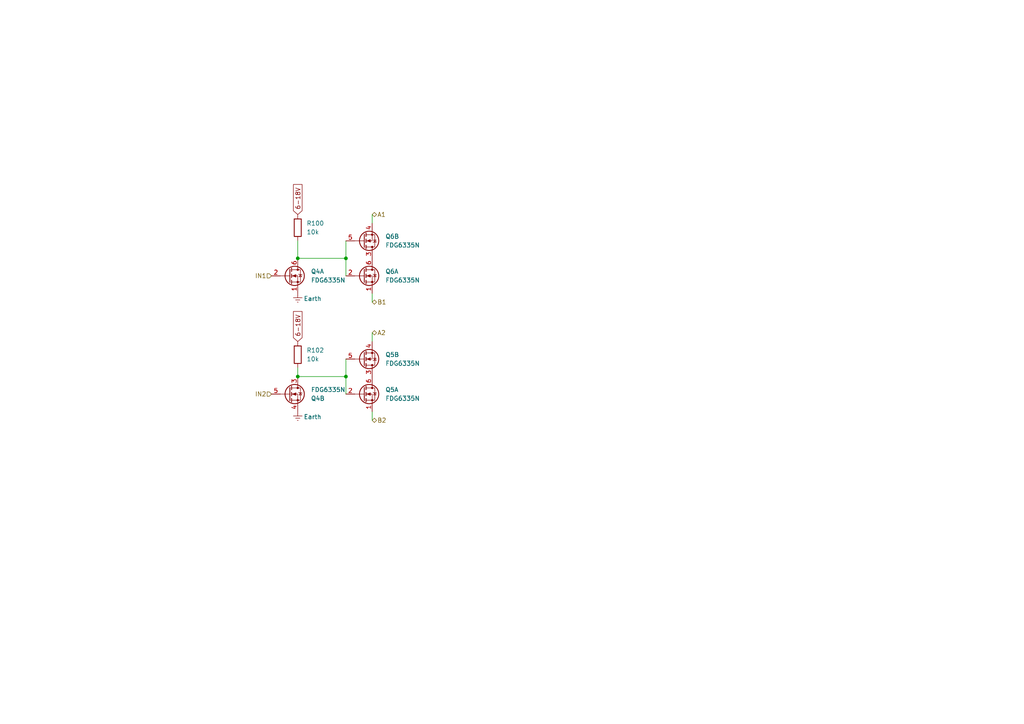
<source format=kicad_sch>
(kicad_sch (version 20231120) (generator "eeschema") (generator_version "8.0")
  (paper "A4")
  (lib_symbols
    (symbol "Device:R" (pin_numbers hide) (pin_names (offset 0))
      (property "Reference" "R" (at 2.032 0 90))
      (property "Value" "R" (at 0 0 90))
      (symbol "R_0_1"
        (rectangle (start -1.016 -2.54) (end 1.016 2.54) (stroke (width 0.254)))
      )
      (symbol "R_1_1"
        (pin passive line (at 0 3.81 270) (length 1.27) (name "~") (number "1"))
        (pin passive line (at 0 -3.81 90) (length 1.27) (name "~") (number "2"))
      )
    )
    (symbol "Transistor_FET:FDG6335N" (pin_names hide)
      (property "Reference" "Q" (at 5.08 1.905 0))
      (property "Value" "FDG6335N" (at 5.08 0 0))
      (symbol "FDG6335N_0_1"
        (polyline (pts (xy 0.254 0) (xy -2.54 0)))
        (polyline (pts (xy 0.254 1.905) (xy 0.254 -1.905)) (stroke (width 0.254)))
        (polyline (pts (xy 0.762 -1.27) (xy 0.762 -2.286)) (stroke (width 0.254)))
        (polyline (pts (xy 0.762 0.508) (xy 0.762 -0.508)) (stroke (width 0.254)))
        (polyline (pts (xy 0.762 2.286) (xy 0.762 1.27)) (stroke (width 0.254)))
        (polyline (pts (xy 2.54 2.54) (xy 2.54 1.778)))
        (polyline (pts (xy 2.54 -2.54) (xy 2.54 0) (xy 0.762 0)))
        (polyline (pts (xy 0.762 -1.778) (xy 3.302 -1.778) (xy 3.302 1.778) (xy 0.762 1.778)))
        (polyline (pts (xy 1.016 0) (xy 2.032 0.381) (xy 2.032 -0.381) (xy 1.016 0)) (fill (type outline)))
        (polyline (pts (xy 2.794 0.508) (xy 2.921 0.381) (xy 3.683 0.381) (xy 3.81 0.254)))
        (polyline (pts (xy 3.302 0.381) (xy 2.921 -0.254) (xy 3.683 -0.254) (xy 3.302 0.381)))
        (circle (center 1.651 0) (radius 2.794) (stroke (width 0.254)))
        (circle (center 2.54 -1.778) (radius 0.254) (fill (type outline)))
        (circle (center 2.54 1.778) (radius 0.254) (fill (type outline)))
      )
      (symbol "FDG6335N_1_1"
        (pin passive line (at 2.54 -5.08 90) (length 2.54) (name "S") (number "1"))
        (pin passive line (at -5.08 0 0) (length 2.54) (name "G") (number "2"))
        (pin passive line (at 2.54 5.08 270) (length 2.54) (name "D") (number "6"))
      )
      (symbol "FDG6335N_2_1"
        (pin passive line (at 2.54 5.08 270) (length 2.54) (name "D") (number "3"))
        (pin passive line (at 2.54 -5.08 90) (length 2.54) (name "S") (number "4"))
        (pin passive line (at -5.08 0 0) (length 2.54) (name "G") (number "5"))
      )
    )
    (symbol "power:Earth" (power) (pin_numbers hide) (pin_names (offset 0) hide)
      (property "Value" "Earth" (at 0 -3.81 0))
      (symbol "Earth_0_1"
        (polyline (pts (xy -0.635 -1.905) (xy 0.635 -1.905)))
        (polyline (pts (xy -0.127 -2.54) (xy 0.127 -2.54)))
        (polyline (pts (xy 0 -1.27) (xy 0 0)))
        (polyline (pts (xy 1.27 -1.27) (xy -1.27 -1.27)))
      )
      (symbol "Earth_1_1"
        (pin power_in line (at 0 0 270) (length 0) (name "~") (number "1"))
      )
    )
  )
  (junction (at 100.33 109.22))
  (junction (at 86.36 109.22))
  (junction (at 86.36 74.93))
  (junction (at 100.33 74.93))
  (wire (pts (xy 107.95 121.92) (xy 107.95 119.38)))
  (wire (pts (xy 107.95 96.52) (xy 107.95 99.06)))
  (wire (pts (xy 100.33 74.93) (xy 100.33 80.01)))
  (wire (pts (xy 107.95 62.23) (xy 107.95 64.77)))
  (wire (pts (xy 100.33 69.85) (xy 100.33 74.93)))
  (wire (pts (xy 100.33 104.14) (xy 100.33 109.22)))
  (wire (pts (xy 86.36 74.93) (xy 100.33 74.93)))
  (wire (pts (xy 86.36 69.85) (xy 86.36 74.93)))
  (wire (pts (xy 107.95 85.09) (xy 107.95 87.63)))
  (wire (pts (xy 86.36 106.68) (xy 86.36 109.22)))
  (wire (pts (xy 100.33 109.22) (xy 100.33 114.3)))
  (wire (pts (xy 86.36 109.22) (xy 100.33 109.22)))
  (global_label "6-18V" (shape input) (at 86.36 99.06 90) (property "Intersheetrefs" "${INTERSHEET_REFS}" (effects (hide yes))))
  (global_label "6-18V" (shape input) (at 86.36 62.23 90) (property "Intersheetrefs" "${INTERSHEET_REFS}" (effects (hide yes))))
  (hierarchical_label "IN1" (shape input) (at 78.74 80.01 180))
  (hierarchical_label "A2" (shape bidirectional) (at 107.95 96.52 0))
  (hierarchical_label "A1" (shape bidirectional) (at 107.95 62.23 0))
  (hierarchical_label "IN2" (shape input) (at 78.74 114.3 180))
  (hierarchical_label "B1" (shape bidirectional) (at 107.95 87.63 0))
  (hierarchical_label "B2" (shape bidirectional) (at 107.95 121.92 0))
  (symbol (lib_id "power:Earth") (at 86.36 85.09 0) (unit 1)
    (property "Reference" "#PWR0103" (effects (hide yes)))
    (property "Value" "Earth" (at 90.678 86.614 0))
    (property "Description" "Power symbol creates a global label with name \"Earth\"" (effects (hide yes)))
    (instances (project "controller" (path "" (reference "#PWR0103") (unit 1)) (path "" (reference "#PWR0101") (unit 1))))
  )
  (symbol (lib_id "Device:R") (at 86.36 66.04 0) (unit 1)
    (property "Reference" "R100" (at 88.9 64.7699 0) (effects (justify left)))
    (property "Value" "10k" (at 88.9 67.3099 0) (effects (justify left)))
    (property "Description" "Resistor" (effects (hide yes)))
    (instances (project "controller" (path "" (reference "R100") (unit 1)) (path "" (reference "R99") (unit 1))))
  )
  (symbol (lib_id "Transistor_FET:FDG6335N") (at 105.41 114.3 0) (unit 1)
    (property "Reference" "Q5" (at 111.76 113.0299 0) (effects (justify left)))
    (property "Value" "FDG6335N" (at 111.76 115.5699 0) (effects (justify left)))
    (property "Footprint" "Package_TO_SOT_SMD:SOT-363_SC-70-6" (effects (hide yes)))
    (property "Datasheet" "http://www.gneic.com/product/datasheet/FDG6335N-1122853.pdf" (effects (hide yes)))
    (property "Description" "0.7A Id, 20V Vds, Dual N-Channel MOSFET, 300mOhm Ron, SC-70-6" (effects (hide yes)))
    (instances (project "controller" (path "" (reference "Q5") (unit 1)) (path "" (reference "Q7") (unit 1))))
  )
  (symbol (lib_id "Transistor_FET:FDG6335N") (at 83.82 80.01 0) (unit 1)
    (property "Reference" "Q4" (at 90.17 78.7399 0) (effects (justify left)))
    (property "Value" "FDG6335N" (at 90.17 81.2799 0) (effects (justify left)))
    (property "Footprint" "Package_TO_SOT_SMD:SOT-363_SC-70-6" (effects (hide yes)))
    (property "Datasheet" "http://www.gneic.com/product/datasheet/FDG6335N-1122853.pdf" (effects (hide yes)))
    (property "Description" "0.7A Id, 20V Vds, Dual N-Channel MOSFET, 300mOhm Ron, SC-70-6" (effects (hide yes)))
    (instances (project "controller" (path "" (reference "Q4") (unit 1)) (path "" (reference "Q2") (unit 1))))
  )
  (symbol (lib_id "Transistor_FET:FDG6335N") (at 105.41 104.14 0) (mirror x) (unit 2)
    (property "Reference" "Q5" (at 111.76 102.8699 0) (effects (justify left)))
    (property "Value" "FDG6335N" (at 111.76 105.4099 0) (effects (justify left)))
    (property "Footprint" "Package_TO_SOT_SMD:SOT-363_SC-70-6" (effects (hide yes)))
    (property "Datasheet" "http://www.gneic.com/product/datasheet/FDG6335N-1122853.pdf" (effects (hide yes)))
    (property "Description" "0.7A Id, 20V Vds, Dual N-Channel MOSFET, 300mOhm Ron, SC-70-6" (effects (hide yes)))
    (instances (project "controller" (path "" (reference "Q5") (unit 2)) (path "" (reference "Q7") (unit 2))))
  )
  (symbol (lib_id "Transistor_FET:FDG6335N") (at 105.41 69.85 0) (mirror x) (unit 2)
    (property "Reference" "Q6" (at 111.76 68.5799 0) (effects (justify left)))
    (property "Value" "FDG6335N" (at 111.76 71.1199 0) (effects (justify left)))
    (property "Footprint" "Package_TO_SOT_SMD:SOT-363_SC-70-6" (effects (hide yes)))
    (property "Datasheet" "http://www.gneic.com/product/datasheet/FDG6335N-1122853.pdf" (effects (hide yes)))
    (property "Description" "0.7A Id, 20V Vds, Dual N-Channel MOSFET, 300mOhm Ron, SC-70-6" (effects (hide yes)))
    (instances (project "controller" (path "" (reference "Q6") (unit 2)) (path "" (reference "Q3") (unit 2))))
  )
  (symbol (lib_id "Transistor_FET:FDG6335N") (at 83.82 114.3 0) (unit 2)
    (property "Reference" "Q4" (at 90.17 115.5701 0) (effects (justify left)))
    (property "Value" "FDG6335N" (at 90.17 113.0301 0) (effects (justify left)))
    (property "Footprint" "Package_TO_SOT_SMD:SOT-363_SC-70-6" (effects (hide yes)))
    (property "Datasheet" "http://www.gneic.com/product/datasheet/FDG6335N-1122853.pdf" (effects (hide yes)))
    (property "Description" "0.7A Id, 20V Vds, Dual N-Channel MOSFET, 300mOhm Ron, SC-70-6" (effects (hide yes)))
    (instances (project "controller" (path "" (reference "Q4") (unit 2)) (path "" (reference "Q2") (unit 2))))
  )
  (symbol (lib_id "power:Earth") (at 86.36 119.38 0) (unit 1)
    (property "Reference" "#PWR0104" (effects (hide yes)))
    (property "Value" "Earth" (at 90.678 120.904 0))
    (property "Description" "Power symbol creates a global label with name \"Earth\"" (effects (hide yes)))
    (instances (project "controller" (path "" (reference "#PWR0104") (unit 1)) (path "" (reference "#PWR0102") (unit 1))))
  )
  (symbol (lib_id "Transistor_FET:FDG6335N") (at 105.41 80.01 0) (unit 1)
    (property "Reference" "Q6" (at 111.76 78.7399 0) (effects (justify left)))
    (property "Value" "FDG6335N" (at 111.76 81.2799 0) (effects (justify left)))
    (property "Footprint" "Package_TO_SOT_SMD:SOT-363_SC-70-6" (effects (hide yes)))
    (property "Datasheet" "http://www.gneic.com/product/datasheet/FDG6335N-1122853.pdf" (effects (hide yes)))
    (property "Description" "0.7A Id, 20V Vds, Dual N-Channel MOSFET, 300mOhm Ron, SC-70-6" (effects (hide yes)))
    (instances (project "controller" (path "" (reference "Q6") (unit 1)) (path "" (reference "Q3") (unit 1))))
  )
  (symbol (lib_id "Device:R") (at 86.36 102.87 0) (unit 1)
    (property "Reference" "R102" (at 88.9 101.5999 0) (effects (justify left)))
    (property "Value" "10k" (at 88.9 104.1399 0) (effects (justify left)))
    (property "Description" "Resistor" (effects (hide yes)))
    (instances (project "controller" (path "" (reference "R102") (unit 1)) (path "" (reference "R101") (unit 1))))
  )
)
</source>
